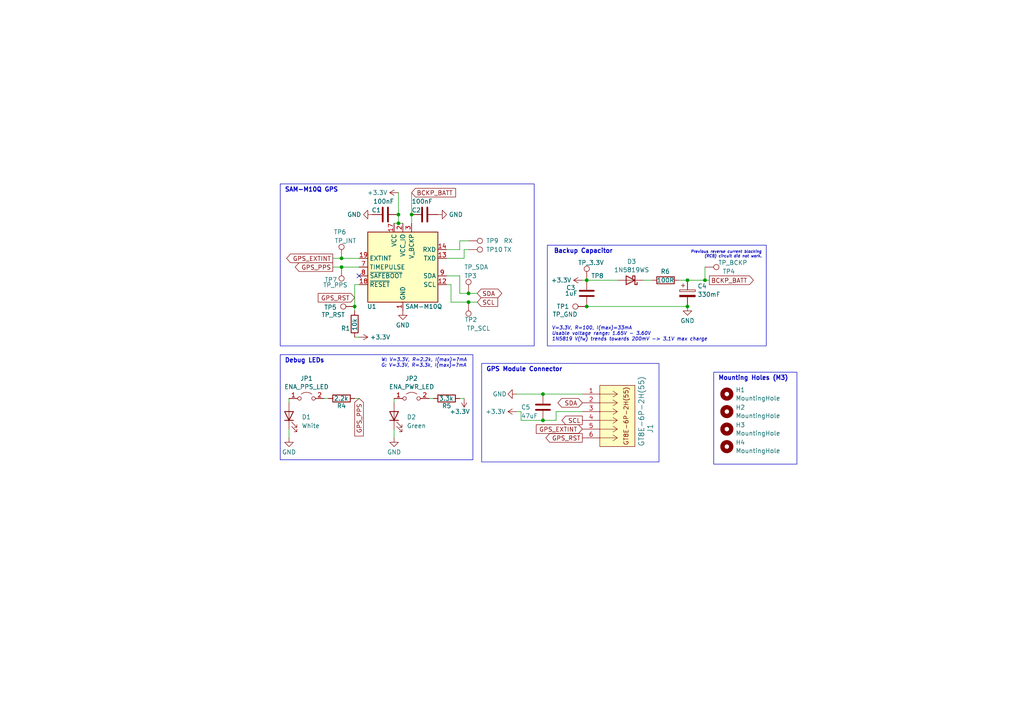
<source format=kicad_sch>
(kicad_sch (version 20230121) (generator eeschema)
  (paper "A4")
  (title_block (title "QRET 23-24 SRAD GPS Antenna Board") (date "2025-02-16") (rev "V1.2") (company "Queen's Rocket Engineering Team") (comment 1 "Contributors: Tristan Alderson, Kennan Bays") (comment 4 "GRID = 1.27mm"))
  (lib_symbols
    (symbol "CONN_GT8E-6P-2H(55):GT8E-6P-2H(55)" (pin_names (offset 0.254))
      (property "Reference" "J" (at 8.89 6.35 0))
      (property "Value" "GT8E-6P-2H(55)" (at 0 3.81 0))
      (symbol "GT8E-6P-2H(55)_1_1"
        (polyline (pts (xy 10.16 -12.7) (xy 5.08 -12.7)) (stroke (width 0.127)))
        (polyline (pts (xy 10.16 -12.7) (xy 8.89 -13.5467)) (stroke (width 0.127)))
        (polyline (pts (xy 10.16 -12.7) (xy 8.89 -11.8533)) (stroke (width 0.127)))
        (polyline (pts (xy 10.16 -10.16) (xy 5.08 -10.16)) (stroke (width 0.127)))
        (polyline (pts (xy 10.16 -10.16) (xy 8.89 -11.0067)) (stroke (width 0.127)))
        (polyline (pts (xy 10.16 -10.16) (xy 8.89 -9.3133)) (stroke (width 0.127)))
        (polyline (pts (xy 10.16 -7.62) (xy 5.08 -7.62)) (stroke (width 0.127)))
        (polyline (pts (xy 10.16 -7.62) (xy 8.89 -8.4667)) (stroke (width 0.127)))
        (polyline (pts (xy 10.16 -7.62) (xy 8.89 -6.7733)) (stroke (width 0.127)))
        (polyline (pts (xy 10.16 -5.08) (xy 5.08 -5.08)) (stroke (width 0.127)))
        (polyline (pts (xy 10.16 -5.08) (xy 8.89 -5.9267)) (stroke (width 0.127)))
        (polyline (pts (xy 10.16 -5.08) (xy 8.89 -4.2333)) (stroke (width 0.127)))
        (polyline (pts (xy 10.16 -2.54) (xy 5.08 -2.54)) (stroke (width 0.127)))
        (polyline (pts (xy 10.16 -2.54) (xy 8.89 -3.3867)) (stroke (width 0.127)))
        (polyline (pts (xy 10.16 -2.54) (xy 8.89 -1.6933)) (stroke (width 0.127)))
        (polyline (pts (xy 10.16 0) (xy 5.08 0)) (stroke (width 0.127)))
        (polyline (pts (xy 10.16 0) (xy 8.89 -0.8467)) (stroke (width 0.127)))
        (polyline (pts (xy 10.16 0) (xy 8.89 0.8467)) (stroke (width 0.127)))
        (rectangle (start 5.08 2.54) (end 15.24 -15.24) (fill (type background)))
        (text "GT8E-6P-2H(55)" (at 12.7 -6.35 900) (effects (font (size 1.27 1.27))))
        (pin passive line (at 0 0 0) (length 5.08) (name "") (number "1"))
        (pin passive line (at 0 -2.54 0) (length 5.08) (name "") (number "2"))
        (pin passive line (at 0 -5.08 0) (length 5.08) (name "") (number "3"))
        (pin passive line (at 0 -7.62 0) (length 5.08) (name "") (number "4"))
        (pin passive line (at 0 -10.16 0) (length 5.08) (name "") (number "5"))
        (pin passive line (at 0 -12.7 0) (length 5.08) (name "") (number "6"))
      )
      (symbol "GT8E-6P-2H(55)_1_2"
        (polyline (pts (xy 5.08 -17.78) (xy 12.7 -17.78)) (stroke (width 0.127)))
        (polyline (pts (xy 5.08 2.54) (xy 5.08 -17.78)) (stroke (width 0.127)))
        (polyline (pts (xy 7.62 -15.24) (xy 5.08 -15.24)) (stroke (width 0.127)))
        (polyline (pts (xy 7.62 -15.24) (xy 8.89 -16.0867)) (stroke (width 0.127)))
        (polyline (pts (xy 7.62 -15.24) (xy 8.89 -14.3933)) (stroke (width 0.127)))
        (polyline (pts (xy 7.62 -12.7) (xy 5.08 -12.7)) (stroke (width 0.127)))
        (polyline (pts (xy 7.62 -12.7) (xy 8.89 -13.5467)) (stroke (width 0.127)))
        (polyline (pts (xy 7.62 -12.7) (xy 8.89 -11.8533)) (stroke (width 0.127)))
        (polyline (pts (xy 7.62 -10.16) (xy 5.08 -10.16)) (stroke (width 0.127)))
        (polyline (pts (xy 7.62 -10.16) (xy 8.89 -11.0067)) (stroke (width 0.127)))
        (polyline (pts (xy 7.62 -10.16) (xy 8.89 -9.3133)) (stroke (width 0.127)))
        (polyline (pts (xy 7.62 -7.62) (xy 5.08 -7.62)) (stroke (width 0.127)))
        (polyline (pts (xy 7.62 -7.62) (xy 8.89 -8.4667)) (stroke (width 0.127)))
        (polyline (pts (xy 7.62 -7.62) (xy 8.89 -6.7733)) (stroke (width 0.127)))
        (polyline (pts (xy 7.62 -5.08) (xy 5.08 -5.08)) (stroke (width 0.127)))
        (polyline (pts (xy 7.62 -5.08) (xy 8.89 -5.9267)) (stroke (width 0.127)))
        (polyline (pts (xy 7.62 -5.08) (xy 8.89 -4.2333)) (stroke (width 0.127)))
        (polyline (pts (xy 7.62 -2.54) (xy 5.08 -2.54)) (stroke (width 0.127)))
        (polyline (pts (xy 7.62 -2.54) (xy 8.89 -3.3867)) (stroke (width 0.127)))
        (polyline (pts (xy 7.62 -2.54) (xy 8.89 -1.6933)) (stroke (width 0.127)))
        (polyline (pts (xy 7.62 0) (xy 5.08 0)) (stroke (width 0.127)))
        (polyline (pts (xy 7.62 0) (xy 8.89 -0.8467)) (stroke (width 0.127)))
        (polyline (pts (xy 7.62 0) (xy 8.89 0.8467)) (stroke (width 0.127)))
        (polyline (pts (xy 12.7 -17.78) (xy 12.7 2.54)) (stroke (width 0.127)))
        (polyline (pts (xy 12.7 2.54) (xy 5.08 2.54)) (stroke (width 0.127)))
        (pin unspecified line (at 0 0 0) (length 5.08) (name "1") (number "1"))
        (pin unspecified line (at 0 -2.54 0) (length 5.08) (name "2") (number "2"))
        (pin unspecified line (at 0 -5.08 0) (length 5.08) (name "3") (number "3"))
        (pin unspecified line (at 0 -7.62 0) (length 5.08) (name "4") (number "4"))
        (pin unspecified line (at 0 -10.16 0) (length 5.08) (name "5") (number "5"))
        (pin unspecified line (at 0 -12.7 0) (length 5.08) (name "6") (number "6"))
        (pin unspecified line (at 0 -15.24 0) (length 5.08) (name "7") (number "7"))
      )
    )
    (symbol "Connector:TestPoint" (pin_numbers hide) (pin_names (offset 0.762) hide)
      (property "Reference" "TP" (at 0 6.858 0))
      (property "Value" "TestPoint" (at 0 5.08 0))
      (symbol "TestPoint_0_1"
        (circle (center 0 3.302) (radius 0.762))
      )
      (symbol "TestPoint_1_1"
        (pin passive line (at 0 0 90) (length 2.54) (name "1") (number "1"))
      )
    )
    (symbol "Device:C" (pin_numbers hide) (pin_names (offset 0.254))
      (property "Reference" "C" (at 0.635 2.54 0))
      (property "Value" "C" (at 0.635 -2.54 0))
      (symbol "C_0_1"
        (polyline (pts (xy -2.032 -0.762) (xy 2.032 -0.762)) (stroke (width 0.508)))
        (polyline (pts (xy -2.032 0.762) (xy 2.032 0.762)) (stroke (width 0.508)))
      )
      (symbol "C_1_1"
        (pin passive line (at 0 3.81 270) (length 2.794) (name "~") (number "1"))
        (pin passive line (at 0 -3.81 90) (length 2.794) (name "~") (number "2"))
      )
    )
    (symbol "Device:C_Polarized" (pin_numbers hide) (pin_names (offset 0.254))
      (property "Reference" "C" (at 0.635 2.54 0))
      (property "Value" "C_Polarized" (at 0.635 -2.54 0))
      (symbol "C_Polarized_0_1"
        (rectangle (start -2.286 0.508) (end 2.286 1.016))
        (polyline (pts (xy -1.778 2.286) (xy -0.762 2.286)))
        (polyline (pts (xy -1.27 2.794) (xy -1.27 1.778)))
        (rectangle (start 2.286 -0.508) (end -2.286 -1.016) (fill (type outline)))
      )
      (symbol "C_Polarized_1_1"
        (pin passive line (at 0 3.81 270) (length 2.794) (name "~") (number "1"))
        (pin passive line (at 0 -3.81 90) (length 2.794) (name "~") (number "2"))
      )
    )
    (symbol "Device:LED" (pin_numbers hide) (pin_names (offset 1.016) hide)
      (property "Reference" "D" (at 0 2.54 0))
      (property "Value" "LED" (at 0 -2.54 0))
      (symbol "LED_0_1"
        (polyline (pts (xy -1.27 -1.27) (xy -1.27 1.27)) (stroke (width 0.254)))
        (polyline (pts (xy -1.27 0) (xy 1.27 0)))
        (polyline (pts (xy 1.27 -1.27) (xy 1.27 1.27) (xy -1.27 0) (xy 1.27 -1.27)) (stroke (width 0.254)))
        (polyline (pts (xy -3.048 -0.762) (xy -4.572 -2.286) (xy -3.81 -2.286) (xy -4.572 -2.286) (xy -4.572 -1.524)))
        (polyline (pts (xy -1.778 -0.762) (xy -3.302 -2.286) (xy -2.54 -2.286) (xy -3.302 -2.286) (xy -3.302 -1.524)))
      )
      (symbol "LED_1_1"
        (pin passive line (at -3.81 0 0) (length 2.54) (name "K") (number "1"))
        (pin passive line (at 3.81 0 180) (length 2.54) (name "A") (number "2"))
      )
    )
    (symbol "Device:R" (pin_numbers hide) (pin_names (offset 0))
      (property "Reference" "R" (at 2.032 0 90))
      (property "Value" "R" (at 0 0 90))
      (symbol "R_0_1"
        (rectangle (start -1.016 -2.54) (end 1.016 2.54) (stroke (width 0.254)))
      )
      (symbol "R_1_1"
        (pin passive line (at 0 3.81 270) (length 1.27) (name "~") (number "1"))
        (pin passive line (at 0 -3.81 90) (length 1.27) (name "~") (number "2"))
      )
    )
    (symbol "Diode:1N5817" (pin_numbers hide) (pin_names (offset 1.016) hide)
      (property "Reference" "D" (at 0 2.54 0))
      (property "Value" "1N5817" (at 0 -2.54 0))
      (symbol "1N5817_0_1"
        (polyline (pts (xy 1.27 0) (xy -1.27 0)))
        (polyline (pts (xy 1.27 1.27) (xy 1.27 -1.27) (xy -1.27 0) (xy 1.27 1.27)) (stroke (width 0.254)))
        (polyline (pts (xy -1.905 0.635) (xy -1.905 1.27) (xy -1.27 1.27) (xy -1.27 -1.27) (xy -0.635 -1.27) (xy -0.635 -0.635)) (stroke (width 0.254)))
      )
      (symbol "1N5817_1_1"
        (pin passive line (at -3.81 0 0) (length 2.54) (name "K") (number "1"))
        (pin passive line (at 3.81 0 180) (length 2.54) (name "A") (number "2"))
      )
    )
    (symbol "Jumper:Jumper_2_Open" (pin_names (offset 0) hide)
      (property "Reference" "JP" (at 0 2.794 0))
      (property "Value" "Jumper_2_Open" (at 0 -2.286 0))
      (symbol "Jumper_2_Open_0_0"
        (circle (center -2.032 0) (radius 0.508))
        (circle (center 2.032 0) (radius 0.508))
      )
      (symbol "Jumper_2_Open_0_1"
        (arc (start 1.524 1.27) (mid 0 1.778) (end -1.524 1.27))
      )
      (symbol "Jumper_2_Open_1_1"
        (pin passive line (at -5.08 0 0) (length 2.54) (name "A") (number "1"))
        (pin passive line (at 5.08 0 180) (length 2.54) (name "B") (number "2"))
      )
    )
    (symbol "Mechanical:MountingHole" (pin_names (offset 1.016))
      (property "Reference" "H" (at 0 5.08 0))
      (property "Value" "MountingHole" (at 0 3.175 0))
      (symbol "MountingHole_0_1"
        (circle (center 0 0) (radius 1.27) (stroke (width 1.27)))
      )
    )
    (symbol "RF_GPS:SAM-M8Q"
      (property "Reference" "U" (at -8.89 11.43 0))
      (property "Value" "SAM-M8Q" (at 8.89 11.43 0))
      (symbol "SAM-M8Q_0_1"
        (rectangle (start -10.16 10.16) (end 10.16 -10.16) (stroke (width 0.254)) (fill (type background)))
      )
      (symbol "SAM-M8Q_1_1"
        (pin power_in line (at 0 -12.7 90) (length 2.54) (name "GND") (number "1"))
        (pin passive line (at 0 -12.7 90) (length 2.54) hide (name "GND") (number "10"))
        (pin passive line (at 0 -12.7 90) (length 2.54) hide (name "GND") (number "11"))
        (pin input line (at 12.7 -5.08 180) (length 2.54) (name "SCL") (number "12"))
        (pin output line (at 12.7 2.54 180) (length 2.54) (name "TXD") (number "13"))
        (pin input line (at 12.7 5.08 180) (length 2.54) (name "RXD") (number "14"))
        (pin passive line (at 0 -12.7 90) (length 2.54) hide (name "GND") (number "15"))
        (pin passive line (at 0 -12.7 90) (length 2.54) hide (name "GND") (number "16"))
        (pin power_in line (at -2.54 12.7 270) (length 2.54) (name "VCC") (number "17"))
        (pin input line (at -12.7 -5.08 0) (length 2.54) (name "~{RESET}") (number "18"))
        (pin input line (at -12.7 2.54 0) (length 2.54) (name "EXTINT") (number "19"))
        (pin power_in line (at 0 12.7 270) (length 2.54) (name "VCC_IO") (number "2"))
        (pin passive line (at 0 -12.7 90) (length 2.54) hide (name "GND") (number "20"))
        (pin power_in line (at 2.54 12.7 270) (length 2.54) (name "V_BCKP") (number "3"))
        (pin passive line (at 0 -12.7 90) (length 2.54) hide (name "GND") (number "4"))
        (pin passive line (at 0 -12.7 90) (length 2.54) hide (name "GND") (number "5"))
        (pin passive line (at 0 -12.7 90) (length 2.54) hide (name "GND") (number "6"))
        (pin output line (at -12.7 0 0) (length 2.54) (name "TIMEPULSE") (number "7"))
        (pin input line (at -12.7 -2.54 0) (length 2.54) (name "~{SAFEBOOT}") (number "8"))
        (pin bidirectional line (at 12.7 -2.54 180) (length 2.54) (name "SDA") (number "9"))
      )
    )
    (symbol "power:+3.3V" (power) (pin_names (offset 0))
      (property "Value" "+3.3V" (at 0 3.556 0))
      (symbol "+3.3V_0_1"
        (polyline (pts (xy -0.762 1.27) (xy 0 2.54)))
        (polyline (pts (xy 0 0) (xy 0 2.54)))
        (polyline (pts (xy 0 2.54) (xy 0.762 1.27)))
      )
      (symbol "+3.3V_1_1"
        (pin power_in line (at 0 0 90) (length 0) hide (name "+3.3V") (number "1"))
      )
    )
    (symbol "power:GND" (power) (pin_names (offset 0))
      (property "Value" "GND" (at 0 -3.81 0))
      (symbol "GND_0_1"
        (polyline (pts (xy 0 0) (xy 0 -1.27) (xy 1.27 -1.27) (xy 0 -2.54) (xy -1.27 -1.27) (xy 0 -1.27)))
      )
      (symbol "GND_1_1"
        (pin power_in line (at 0 0 270) (length 0) hide (name "GND") (number "1"))
      )
    )
  )
  (junction (at 199.39 88.9))
  (junction (at 119.38 62.23))
  (junction (at 99.06 77.47))
  (junction (at 102.87 88.9))
  (junction (at 115.57 62.23))
  (junction (at 199.39 81.28))
  (junction (at 115.57 64.77))
  (junction (at 204.47 81.28))
  (junction (at 135.89 87.63))
  (junction (at 157.48 114.3))
  (junction (at 170.18 88.9))
  (junction (at 99.06 74.93))
  (junction (at 170.18 81.28))
  (junction (at 135.89 85.09))
  (junction (at 157.48 121.92))
  (no_connect (at 104.14 80.01))
  (wire (pts (xy 96.52 74.93) (xy 99.06 74.93)))
  (wire (pts (xy 151.13 119.38) (xy 149.86 119.38)))
  (wire (pts (xy 102.87 88.9) (xy 102.87 82.55)))
  (wire (pts (xy 133.35 85.09) (xy 133.35 80.01)))
  (wire (pts (xy 115.57 64.77) (xy 116.84 64.77)))
  (wire (pts (xy 134.62 74.93) (xy 134.62 72.39)))
  (wire (pts (xy 135.89 85.09) (xy 138.43 85.09)))
  (wire (pts (xy 115.57 62.23) (xy 115.57 64.77)))
  (wire (pts (xy 157.48 121.92) (xy 151.13 121.92)))
  (wire (pts (xy 157.48 114.3) (xy 168.91 114.3)))
  (wire (pts (xy 133.35 80.01) (xy 129.54 80.01)))
  (wire (pts (xy 130.81 82.55) (xy 130.81 87.63)))
  (wire (pts (xy 133.35 72.39) (xy 133.35 69.85)))
  (wire (pts (xy 102.87 115.57) (xy 104.14 115.57)))
  (wire (pts (xy 186.69 81.28) (xy 189.23 81.28)))
  (wire (pts (xy 151.13 121.92) (xy 151.13 119.38)))
  (wire (pts (xy 129.54 74.93) (xy 134.62 74.93)))
  (wire (pts (xy 119.38 55.88) (xy 119.38 62.23)))
  (wire (pts (xy 114.3 124.46) (xy 114.3 127)))
  (wire (pts (xy 170.18 81.28) (xy 179.07 81.28)))
  (wire (pts (xy 93.98 115.57) (xy 95.25 115.57)))
  (wire (pts (xy 124.46 115.57) (xy 125.73 115.57)))
  (wire (pts (xy 134.62 72.39) (xy 135.89 72.39)))
  (wire (pts (xy 204.47 77.47) (xy 204.47 81.28)))
  (wire (pts (xy 157.48 121.92) (xy 161.29 121.92)))
  (wire (pts (xy 114.3 64.77) (xy 115.57 64.77)))
  (wire (pts (xy 196.85 81.28) (xy 199.39 81.28)))
  (wire (pts (xy 168.91 119.38) (xy 161.29 119.38)))
  (wire (pts (xy 83.82 115.57) (xy 83.82 116.84)))
  (wire (pts (xy 149.86 114.3) (xy 157.48 114.3)))
  (wire (pts (xy 204.47 81.28) (xy 205.74 81.28)))
  (wire (pts (xy 135.89 87.63) (xy 138.43 87.63)))
  (wire (pts (xy 102.87 90.17) (xy 102.87 88.9)))
  (wire (pts (xy 133.35 69.85) (xy 135.89 69.85)))
  (wire (pts (xy 96.52 77.47) (xy 99.06 77.47)))
  (wire (pts (xy 83.82 124.46) (xy 83.82 127)))
  (wire (pts (xy 114.3 115.57) (xy 114.3 116.84)))
  (wire (pts (xy 129.54 72.39) (xy 133.35 72.39)))
  (wire (pts (xy 102.87 82.55) (xy 104.14 82.55)))
  (wire (pts (xy 99.06 77.47) (xy 104.14 77.47)))
  (wire (pts (xy 168.91 81.28) (xy 170.18 81.28)))
  (wire (pts (xy 130.81 87.63) (xy 135.89 87.63)))
  (wire (pts (xy 199.39 81.28) (xy 204.47 81.28)))
  (wire (pts (xy 119.38 62.23) (xy 119.38 64.77)))
  (wire (pts (xy 102.87 97.79) (xy 104.14 97.79)))
  (wire (pts (xy 115.57 55.88) (xy 115.57 62.23)))
  (wire (pts (xy 129.54 82.55) (xy 130.81 82.55)))
  (wire (pts (xy 133.35 115.57) (xy 134.62 115.57)))
  (wire (pts (xy 135.89 85.09) (xy 133.35 85.09)))
  (wire (pts (xy 161.29 119.38) (xy 161.29 121.92)))
  (wire (pts (xy 99.06 74.93) (xy 104.14 74.93)))
  (wire (pts (xy 170.18 88.9) (xy 199.39 88.9)))
  (rectangle (start 158.75 71.12) (end 222.25 100.33))
  (rectangle (start 207.01 107.95) (end 231.14 134.62))
  (rectangle (start 139.7 105.41) (end 191.135 133.985))
  (rectangle (start 81.28 102.87) (end 137.16 133.35))
  (rectangle (start 81.28 53.34) (end 154.94 100.33))
  (text "W: V=3.3V, R=2.2k, I(max)=?mA\nG: V=3.3V, R=3.3k, I(max)=?mA" (at 110.49 106.68 0) (effects (font (size 1 1) italic) (justify left bottom)))
  (text "Mounting Holes (M3)" (at 208.28 110.49 0) (effects (font (size 1.27 1.27) (thickness 0.254) bold) (justify left bottom)))
  (text "V=3.3V, R=100, I(max)=33mA\nUsable voltage range: 1.65V - 3.60V\n1N5819 V(fw) trends towards 200mV -> 3.1V max charge" (at 160.02 99.06 0) (effects (font (size 1 1) italic) (justify left bottom)))
  (text "Backup Capacitor" (at 177.8 73.66 0) (effects (font (size 1.27 1.27) (thickness 0.254) bold) (justify right bottom)))
  (text "SAM-M10Q GPS" (at 82.55 55.88 0) (effects (font (size 1.27 1.27) (thickness 0.254) bold) (justify left bottom)))
  (text "GPS Module Connector" (at 140.97 107.95 0) (effects (font (size 1.27 1.27) (thickness 0.254) bold) (justify left bottom)))
  (text "Debug LEDs" (at 82.55 105.41 0) (effects (font (size 1.27 1.27) (thickness 0.254) bold) (justify left bottom)))
  (text "Previous reverse current blocking\n(RCB) circuit did not work." (at 220.98 74.93 0) (effects (font (size 0.8 0.8) italic) (justify right bottom)))
  (global_label "SCL" (shape output) (at 168.91 121.92 180) (property "Intersheetrefs" "${INTERSHEET_REFS}" (effects hide)))
  (global_label "GPS_EXTINT" (shape input) (at 168.91 124.46 180) (property "Intersheetrefs" "${INTERSHEET_REFS}" (effects hide)))
  (global_label "GPS_RST" (shape input) (at 102.87 86.36 180) (property "Intersheetrefs" "${INTERSHEET_REFS}" (effects hide)))
  (global_label "BCKP_BATT" (shape input) (at 119.38 55.88 0) (property "Intersheetrefs" "${INTERSHEET_REFS}" (effects hide)))
  (global_label "BCKP_BATT" (shape output) (at 205.74 81.28 0) (property "Intersheetrefs" "${INTERSHEET_REFS}" (effects hide)))
  (global_label "GPS_EXTINT" (shape output) (at 96.52 74.93 180) (property "Intersheetrefs" "${INTERSHEET_REFS}" (effects hide)))
  (global_label "GPS_PPS" (shape input) (at 104.14 115.57 270) (property "Intersheetrefs" "${INTERSHEET_REFS}" (effects hide)))
  (global_label "SDA" (shape bidirectional) (at 168.91 116.84 180) (property "Intersheetrefs" "${INTERSHEET_REFS}" (effects hide)))
  (global_label "GPS_RST" (shape output) (at 168.91 127 180) (property "Intersheetrefs" "${INTERSHEET_REFS}" (effects hide)))
  (global_label "GPS_PPS" (shape output) (at 96.52 77.47 180) (property "Intersheetrefs" "${INTERSHEET_REFS}" (effects hide)))
  (global_label "SDA" (shape bidirectional) (at 138.43 85.09 0) (property "Intersheetrefs" "${INTERSHEET_REFS}" (effects hide)))
  (global_label "SCL" (shape input) (at 138.43 87.63 0) (property "Intersheetrefs" "${INTERSHEET_REFS}" (effects hide)))
  (symbol (lib_id "power:GND") (at 116.84 90.17 0) (unit 1)
    (property "Reference" "#PWR05" (effects hide))
    (property "Value" "GND" (at 116.84 94.3031 0))
  )
  (symbol (lib_id "power:+3.3V") (at 168.91 81.28 90) (unit 1)
    (property "Reference" "#PWR010" (effects hide))
    (property "Value" "+3.3V" (at 165.735 81.28 90) (effects (justify left)))
  )
  (symbol (lib_id "Device:R") (at 129.54 115.57 270) (mirror x) (unit 1)
    (property "Reference" "R5" (at 129.54 117.729 90))
    (property "Value" "3.3k" (at 129.413 115.57 90))
    (property "Footprint" "Resistor_SMD:R_0603_1608Metric" (effects hide))
    (property "LCSC" "C22978" (effects hide))
  )
  (symbol (lib_id "Device:C") (at 123.19 62.23 270) (unit 1)
    (property "Reference" "C2" (at 119.38 60.96 90) (effects (justify left)))
    (property "Value" "100nF" (at 119.38 58.42 90) (effects (justify left)))
    (property "Footprint" "Capacitor_SMD:C_0603_1608Metric" (effects hide))
    (property "LCSC" "C14663" (effects hide))
  )
  (symbol (lib_id "Connector:TestPoint") (at 135.89 72.39 270) (unit 1) (in_bom no)
    (property "Reference" "TP10" (at 140.97 72.39 90) (effects (justify left)))
    (property "Value" "TX" (at 146.05 72.39 90) (effects (justify left)))
    (property "Footprint" "TestPoint:TestPoint_Pad_1.5x1.5mm" (effects hide))
  )
  (symbol (lib_id "power:+3.3V") (at 104.14 97.79 270) (unit 1)
    (property "Reference" "#PWR012" (effects hide))
    (property "Value" "+3.3V" (at 107.315 97.79 90) (effects (justify left)))
  )
  (symbol (lib_id "Mechanical:MountingHole") (at 210.82 129.54 0) (unit 1) (in_bom no)
    (property "Reference" "H4" (at 213.36 128.3279 0) (effects (justify left)))
    (property "Value" "MountingHole" (at 213.36 130.7521 0) (effects (justify left)))
    (property "Footprint" "MountingHole:MountingHole_3.2mm_M3_DIN965_Pad" (effects hide))
  )
  (symbol (lib_id "Connector:TestPoint") (at 170.18 81.28 0) (unit 1) (in_bom no)
    (property "Reference" "TP8" (at 171.45 80.01 0) (effects (justify left)))
    (property "Value" "TP_3.3V" (at 167.64 76.2 0) (effects (justify left)))
    (property "Footprint" "TestPoint:TestPoint_Pad_1.5x1.5mm" (effects hide))
  )
  (symbol (lib_id "power:+3.3V") (at 149.86 119.38 90) (unit 1)
    (property "Reference" "#PWR02" (effects hide))
    (property "Value" "+3.3V" (at 146.685 119.38 90) (effects (justify left)))
  )
  (symbol (lib_id "Connector:TestPoint") (at 170.18 88.9 90) (unit 1) (in_bom no)
    (property "Reference" "TP1" (at 165.1 88.9 90) (effects (justify left)))
    (property "Value" "TP_GND" (at 167.513 91.186 90) (effects (justify left)))
    (property "Footprint" "TestPoint:TestPoint_Pad_1.5x1.5mm" (effects hide))
  )
  (symbol (lib_id "Connector:TestPoint") (at 99.06 77.47 180) (unit 1) (in_bom no)
    (property "Reference" "TP7" (at 97.79 81.153 0) (effects (justify left)))
    (property "Value" "TP_PPS" (at 100.838 82.677 0) (effects (justify left)))
    (property "Footprint" "TestPoint:TestPoint_Pad_1.5x1.5mm" (effects hide))
  )
  (symbol (lib_id "power:+3.3V") (at 115.57 55.88 90) (unit 1)
    (property "Reference" "#PWR011" (effects hide))
    (property "Value" "+3.3V" (at 112.395 55.88 90) (effects (justify left)))
  )
  (symbol (lib_id "power:GND") (at 114.3 127 0) (unit 1)
    (property "Reference" "#PWR03" (effects hide))
    (property "Value" "GND" (at 114.3 131.1331 0))
  )
  (symbol (lib_id "Device:LED") (at 114.3 120.65 90) (unit 1)
    (property "Reference" "D2" (at 117.983 120.9675 90) (effects (justify right)))
    (property "Value" "Green" (at 117.983 123.5075 90) (effects (justify right)))
    (property "Footprint" "LED_SMD:LED_0805_2012Metric" (effects hide))
    (property "LCSC" "C2297" (effects hide))
  )
  (symbol (lib_id "power:GND") (at 107.95 62.23 270) (unit 1)
    (property "Reference" "#PWR07" (effects hide))
    (property "Value" "GND" (at 104.7751 62.23 90) (effects (justify right)))
  )
  (symbol (lib_id "Device:C") (at 111.76 62.23 90) (unit 1)
    (property "Reference" "C1" (at 110.49 60.96 90) (effects (justify left)))
    (property "Value" "100nF" (at 114.3 58.42 90) (effects (justify left)))
    (property "Footprint" "Capacitor_SMD:C_0603_1608Metric" (effects hide))
    (property "LCSC" "C14663" (effects hide))
  )
  (symbol (lib_id "power:GND") (at 199.39 88.9 0) (unit 1)
    (property "Reference" "#PWR08" (effects hide))
    (property "Value" "GND" (at 199.39 93.0331 0))
  )
  (symbol (lib_id "Device:R") (at 102.87 93.98 180) (unit 1)
    (property "Reference" "R1" (at 101.6 95.25 0) (effects (justify left)))
    (property "Value" "10k" (at 102.87 92.329 90) (effects (justify left)))
    (property "Footprint" "Resistor_SMD:R_0603_1608Metric" (effects hide))
    (property "LCSC" "C25804" (effects hide))
  )
  (symbol (lib_id "power:GND") (at 127 62.23 90) (unit 1)
    (property "Reference" "#PWR06" (effects hide))
    (property "Value" "GND" (at 130.175 62.23 90) (effects (justify right)))
  )
  (symbol (lib_id "Mechanical:MountingHole") (at 210.82 114.3 0) (unit 1) (in_bom no)
    (property "Reference" "H1" (at 213.36 113.0879 0) (effects (justify left)))
    (property "Value" "MountingHole" (at 213.36 115.5121 0) (effects (justify left)))
    (property "Footprint" "MountingHole:MountingHole_3.2mm_M3_DIN965_Pad" (effects hide))
  )
  (symbol (lib_id "Device:R") (at 193.04 81.28 90) (unit 1)
    (property "Reference" "R6" (at 194.31 78.74 90) (effects (justify left)))
    (property "Value" "100R" (at 195.58 81.28 90) (effects (justify left)))
    (property "Footprint" "Resistor_SMD:R_0603_1608Metric" (effects hide))
    (property "LCSC" "C22775" (effects hide))
  )
  (symbol (lib_id "Connector:TestPoint") (at 135.89 69.85 270) (unit 1) (in_bom no)
    (property "Reference" "TP9" (at 140.97 69.85 90) (effects (justify left)))
    (property "Value" "RX" (at 146.05 69.85 90) (effects (justify left)))
    (property "Footprint" "TestPoint:TestPoint_Pad_1.5x1.5mm" (effects hide))
  )
  (symbol (lib_id "Connector:TestPoint") (at 135.89 85.09 0) (unit 1) (in_bom no)
    (property "Reference" "TP3" (at 134.62 80.01 0) (effects (justify left)))
    (property "Value" "TP_SDA" (at 134.62 77.47 0) (effects (justify left)))
    (property "Footprint" "TestPoint:TestPoint_Pad_1.5x1.5mm" (effects hide))
  )
  (symbol (lib_id "Device:R") (at 99.06 115.57 270) (mirror x) (unit 1)
    (property "Reference" "R4" (at 99.06 117.729 90))
    (property "Value" "2.2k" (at 98.933 115.57 90))
    (property "Footprint" "Resistor_SMD:R_0603_1608Metric" (effects hide))
    (property "LCSC" "C4190" (effects hide))
  )
  (symbol (lib_id "Device:C") (at 170.18 85.09 0) (unit 1)
    (property "Reference" "C3" (at 164.211 83.439 0) (effects (justify left)))
    (property "Value" "1uF" (at 163.83 85.09 0) (effects (justify left)))
    (property "Footprint" "Capacitor_SMD:C_0603_1608Metric" (effects hide))
    (property "LCSC" "C15849" (effects hide))
  )
  (symbol (lib_id "power:+3.3V") (at 134.62 115.57 180) (unit 1)
    (property "Reference" "#PWR013" (effects hide))
    (property "Value" "+3.3V" (at 133.35 119.38 0))
  )
  (symbol (lib_id "Device:LED") (at 83.82 120.65 90) (unit 1)
    (property "Reference" "D1" (at 87.503 120.9675 90) (effects (justify right)))
    (property "Value" "White" (at 87.503 123.5075 90) (effects (justify right)))
    (property "Footprint" "LED_SMD:LED_0805_2012Metric" (effects hide))
    (property "LCSC" "C34499" (effects hide))
  )
  (symbol (lib_id "Mechanical:MountingHole") (at 210.82 119.38 0) (unit 1) (in_bom no)
    (property "Reference" "H2" (at 213.36 118.1679 0) (effects (justify left)))
    (property "Value" "MountingHole" (at 213.36 120.5921 0) (effects (justify left)))
    (property "Footprint" "MountingHole:MountingHole_3.2mm_M3_DIN965_Pad" (effects hide))
  )
  (symbol (lib_id "power:GND") (at 83.82 127 0) (unit 1)
    (property "Reference" "#PWR04" (effects hide))
    (property "Value" "GND" (at 83.82 131.1331 0))
  )
  (symbol (lib_id "Jumper:Jumper_2_Open") (at 88.9 115.57 0) (unit 1) (in_bom no)
    (property "Reference" "JP1" (at 88.9 109.7747 0))
    (property "Value" "ENA_PPS_LED" (at 88.9 112.1989 0))
    (property "Footprint" "Jumper:SolderJumper-2_P1.3mm_Open_RoundedPad1.0x1.5mm" (effects hide))
  )
  (symbol (lib_id "power:GND") (at 149.86 114.3 270) (unit 1)
    (property "Reference" "#PWR01" (effects hide))
    (property "Value" "GND" (at 142.875 114.3 90) (effects (justify left)))
  )
  (symbol (lib_id "Device:C_Polarized") (at 199.39 85.09 0) (unit 1)
    (property "Reference" "C4" (at 202.311 82.9889 0) (effects (justify left)))
    (property "Value" "330mF" (at 202.311 85.4131 0) (effects (justify left)))
    (property "Footprint" "CB5R5334HF-ZJP:CB5R5334HF-ZJP" (effects hide))
    (property "Datasheet" "https://mm.digikey.com/Volume0/opasdata/d220001/medias/docus/5561/CB%20%20Series.pdf" (effects hide))
    (property "Digikey" "4688-CB5R5334HF-ZJP-ND" (effects hide))
    (property "Model" "CB5R5334HF-ZJP" (effects hide))
  )
  (symbol (lib_id "Device:C") (at 157.48 118.11 0) (unit 1)
    (property "Reference" "C5" (at 151.13 118.11 0) (effects (justify left)))
    (property "Value" "47uF" (at 151.13 120.65 0) (effects (justify left)))
    (property "Footprint" "Capacitor_SMD:C_0805_2012Metric" (effects hide))
    (property "LCSC" "C16780" (effects hide))
  )
  (symbol (lib_id "RF_GPS:SAM-M8Q") (at 116.84 77.47 0) (unit 1)
    (property "Reference" "U1" (at 109.22 88.9 0) (effects (justify right)))
    (property "Value" "SAM-M10Q" (at 128.27 88.9 0) (effects (justify right)))
    (property "Footprint" "RF_GPS:ublox_SAM-M8Q_HandSolder" (effects hide))
    (property "Datasheet" "https://www.u-blox.com/sites/default/files/SAM-M8Q_DataSheet_%28UBX-16012619%29.pdf" (effects hide))
    (property "Digikey" "672-SAM-M10Q-00BCT-ND" (effects hide))
  )
  (symbol (lib_id "Diode:1N5817") (at 182.88 81.28 180) (unit 1)
    (property "Reference" "D3" (at 183.1975 75.8657 0))
    (property "Value" "1N5819WS" (at 183.1975 78.2899 0))
    (property "Footprint" "Diode_SMD:D_SOD-323_HandSoldering" (effects hide))
    (property "Datasheet" "http://www.vishay.com/docs/88525/1n5817.pdf" (effects hide))
    (property "LCSC" "C191023" (effects hide))
  )
  (symbol (lib_id "CONN_GT8E-6P-2H(55):GT8E-6P-2H(55)") (at 168.91 114.3 0) (unit 1)
    (property "Reference" "J1" (at 188.595 125.73 90) (effects (font (size 1.524 1.524)) (justify left)))
    (property "Value" "GT8E-6P-2H(55)" (at 186.055 129.54 90) (effects (font (size 1.524 1.524)) (justify left)))
    (property "Footprint" "footprints:CONN_GT8E-6P-2H(55)" (effects hide))
  )
  (symbol (lib_id "Connector:TestPoint") (at 204.47 77.47 270) (mirror x) (unit 1) (in_bom no)
    (property "Reference" "TP4" (at 209.55 78.74 90) (effects (justify left)))
    (property "Value" "TP_BCKP" (at 208.28 76.2 90) (effects (justify left)))
    (property "Footprint" "TestPoint:TestPoint_Pad_1.5x1.5mm" (effects hide))
  )
  (symbol (lib_id "Mechanical:MountingHole") (at 210.82 124.46 0) (unit 1) (in_bom no)
    (property "Reference" "H3" (at 213.36 123.2479 0) (effects (justify left)))
    (property "Value" "MountingHole" (at 213.36 125.6721 0) (effects (justify left)))
    (property "Footprint" "MountingHole:MountingHole_3.2mm_M3_DIN965_Pad" (effects hide))
  )
  (symbol (lib_id "Connector:TestPoint") (at 102.87 88.9 90) (unit 1) (in_bom no)
    (property "Reference" "TP5" (at 97.663 89.154 90) (effects (justify left)))
    (property "Value" "TP_RST" (at 100.076 91.313 90) (effects (justify left)))
    (property "Footprint" "TestPoint:TestPoint_Pad_1.5x1.5mm" (effects hide))
  )
  (symbol (lib_id "Connector:TestPoint") (at 99.06 74.93 0) (unit 1) (in_bom no)
    (property "Reference" "TP6" (at 96.774 67.31 0) (effects (justify left)))
    (property "Value" "TP_INT" (at 97.028 69.85 0) (effects (justify left)))
    (property "Footprint" "TestPoint:TestPoint_Pad_1.5x1.5mm" (effects hide))
  )
  (symbol (lib_id "Jumper:Jumper_2_Open") (at 119.38 115.57 0) (unit 1) (in_bom no)
    (property "Reference" "JP2" (at 119.38 109.7747 0))
    (property "Value" "ENA_PWR_LED" (at 119.38 112.1989 0))
    (property "Footprint" "Jumper:SolderJumper-2_P1.3mm_Open_RoundedPad1.0x1.5mm" (effects hide))
  )
  (symbol (lib_id "Connector:TestPoint") (at 135.89 87.63 180) (unit 1) (in_bom no)
    (property "Reference" "TP2" (at 138.43 92.71 0) (effects (justify left)))
    (property "Value" "TP_SCL" (at 142.24 95.25 0) (effects (justify left)))
    (property "Footprint" "TestPoint:TestPoint_Pad_1.5x1.5mm" (effects hide))
  )
)
</source>
